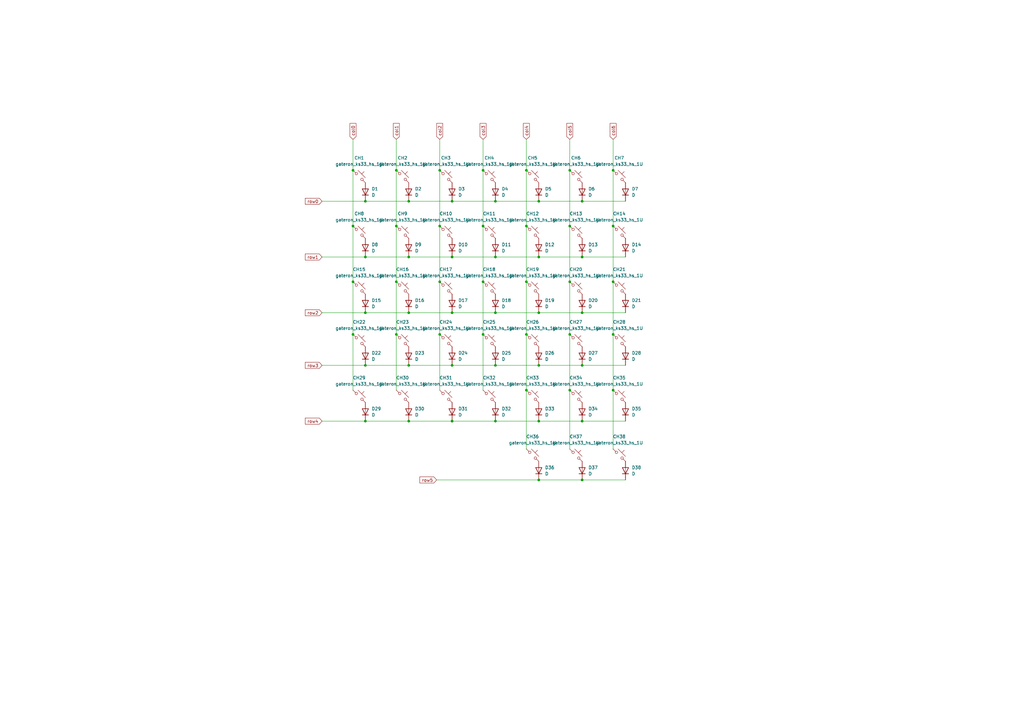
<source format=kicad_sch>
(kicad_sch (version 20231120) (generator "eeschema") (generator_version "8.0")
  (paper "A3")
  (lib_symbols
    (symbol "Device:D" (pin_numbers hide) (pin_names (offset 1.016) hide)
      (property "Reference" "D" (at 0 2.54 0))
      (property "Value" "D" (at 0 -2.54 0))
      (symbol "D_0_1"
        (polyline (pts (xy -1.27 1.27) (xy -1.27 -1.27)) (stroke (width 0.254)))
        (polyline (pts (xy 1.27 0) (xy -1.27 0)))
        (polyline (pts (xy 1.27 1.27) (xy 1.27 -1.27) (xy -1.27 0) (xy 1.27 1.27)) (stroke (width 0.254)))
      )
      (symbol "D_1_1"
        (pin passive line (at -3.81 0 0) (length 2.54) (name "K") (number "1"))
        (pin passive line (at 3.81 0 180) (length 2.54) (name "A") (number "2"))
      )
    )
    (symbol "PCM_marbastlib-choc:choc_v1_SW_HS_CPG135001S30" (pin_numbers hide) (pin_names (offset 1.016) hide)
      (property "Reference" "CH" (at 3.048 1.016 0))
      (property "Value" "choc_v1_SW_HS" (at 0 -3.81 0))
      (symbol "choc_v1_SW_HS_CPG135001S30_0_1"
        (circle (center -1.1684 1.1684) (radius 0.508))
        (polyline (pts (xy -0.508 2.54) (xy 2.54 -0.508)))
        (polyline (pts (xy 1.016 1.016) (xy 2.032 2.032)))
        (polyline (pts (xy -2.54 2.54) (xy -1.524 1.524) (xy -1.524 1.524)))
        (polyline (pts (xy 1.524 -1.524) (xy 2.54 -2.54) (xy 2.54 -2.54) (xy 2.54 -2.54)))
        (circle (center 1.143 -1.1938) (radius 0.508))
        (pin passive line (at -2.54 2.54 0) (length 0) (name "1") (number "1"))
        (pin passive line (at 2.54 -2.54 180) (length 0) (name "2") (number "2"))
      )
    )
  )
  (junction (at 162.56 92.71))
  (junction (at 167.64 128.27))
  (junction (at 162.56 137.16))
  (junction (at 167.64 82.55))
  (junction (at 203.2 149.86))
  (junction (at 220.98 105.41))
  (junction (at 198.12 69.85))
  (junction (at 238.76 128.27))
  (junction (at 251.46 160.02))
  (junction (at 162.56 69.85))
  (junction (at 167.64 172.72))
  (junction (at 144.78 115.57))
  (junction (at 220.98 82.55))
  (junction (at 233.68 69.85))
  (junction (at 251.46 92.71))
  (junction (at 144.78 69.85))
  (junction (at 198.12 137.16))
  (junction (at 220.98 172.72))
  (junction (at 144.78 92.71))
  (junction (at 180.34 69.85))
  (junction (at 149.86 128.27))
  (junction (at 220.98 196.85))
  (junction (at 215.9 115.57))
  (junction (at 203.2 172.72))
  (junction (at 149.86 82.55))
  (junction (at 203.2 82.55))
  (junction (at 233.68 92.71))
  (junction (at 167.64 149.86))
  (junction (at 251.46 137.16))
  (junction (at 238.76 196.85))
  (junction (at 180.34 92.71))
  (junction (at 203.2 105.41))
  (junction (at 198.12 92.71))
  (junction (at 144.78 137.16))
  (junction (at 220.98 149.86))
  (junction (at 233.68 160.02))
  (junction (at 167.64 105.41))
  (junction (at 220.98 128.27))
  (junction (at 185.42 149.86))
  (junction (at 215.9 92.71))
  (junction (at 215.9 137.16))
  (junction (at 162.56 115.57))
  (junction (at 238.76 149.86))
  (junction (at 180.34 137.16))
  (junction (at 185.42 105.41))
  (junction (at 215.9 69.85))
  (junction (at 185.42 172.72))
  (junction (at 238.76 82.55))
  (junction (at 185.42 82.55))
  (junction (at 238.76 172.72))
  (junction (at 203.2 128.27))
  (junction (at 251.46 115.57))
  (junction (at 149.86 172.72))
  (junction (at 149.86 105.41))
  (junction (at 238.76 105.41))
  (junction (at 251.46 69.85))
  (junction (at 198.12 115.57))
  (junction (at 185.42 128.27))
  (junction (at 180.34 115.57))
  (junction (at 233.68 137.16))
  (junction (at 215.9 160.02))
  (junction (at 149.86 149.86))
  (junction (at 233.68 115.57))
  (wire (pts (xy 198.12 92.71) (xy 198.12 115.57)))
  (wire (pts (xy 215.9 160.02) (xy 215.9 184.15)))
  (wire (pts (xy 233.68 137.16) (xy 233.68 160.02)))
  (wire (pts (xy 215.9 137.16) (xy 215.9 160.02)))
  (wire (pts (xy 167.64 149.86) (xy 185.42 149.86)))
  (wire (pts (xy 215.9 115.57) (xy 215.9 137.16)))
  (wire (pts (xy 251.46 69.85) (xy 251.46 92.71)))
  (wire (pts (xy 149.86 105.41) (xy 167.64 105.41)))
  (wire (pts (xy 149.86 149.86) (xy 167.64 149.86)))
  (wire (pts (xy 132.08 105.41) (xy 149.86 105.41)))
  (wire (pts (xy 180.34 69.85) (xy 180.34 92.71)))
  (wire (pts (xy 132.08 128.27) (xy 149.86 128.27)))
  (wire (pts (xy 180.34 92.71) (xy 180.34 115.57)))
  (wire (pts (xy 215.9 92.71) (xy 215.9 115.57)))
  (wire (pts (xy 180.34 137.16) (xy 180.34 160.02)))
  (wire (pts (xy 162.56 92.71) (xy 162.56 115.57)))
  (wire (pts (xy 185.42 82.55) (xy 203.2 82.55)))
  (wire (pts (xy 233.68 92.71) (xy 233.68 115.57)))
  (wire (pts (xy 132.08 82.55) (xy 149.86 82.55)))
  (wire (pts (xy 238.76 172.72) (xy 256.54 172.72)))
  (wire (pts (xy 162.56 115.57) (xy 162.56 137.16)))
  (wire (pts (xy 220.98 149.86) (xy 238.76 149.86)))
  (wire (pts (xy 238.76 149.86) (xy 256.54 149.86)))
  (wire (pts (xy 233.68 115.57) (xy 233.68 137.16)))
  (wire (pts (xy 144.78 92.71) (xy 144.78 115.57)))
  (wire (pts (xy 203.2 172.72) (xy 220.98 172.72)))
  (wire (pts (xy 149.86 172.72) (xy 167.64 172.72)))
  (wire (pts (xy 238.76 196.85) (xy 256.54 196.85)))
  (wire (pts (xy 185.42 172.72) (xy 203.2 172.72)))
  (wire (pts (xy 167.64 82.55) (xy 185.42 82.55)))
  (wire (pts (xy 185.42 105.41) (xy 203.2 105.41)))
  (wire (pts (xy 203.2 82.55) (xy 220.98 82.55)))
  (wire (pts (xy 162.56 69.85) (xy 162.56 92.71)))
  (wire (pts (xy 238.76 82.55) (xy 256.54 82.55)))
  (wire (pts (xy 220.98 105.41) (xy 238.76 105.41)))
  (wire (pts (xy 215.9 57.15) (xy 215.9 69.85)))
  (wire (pts (xy 144.78 57.15) (xy 144.78 69.85)))
  (wire (pts (xy 167.64 105.41) (xy 185.42 105.41)))
  (wire (pts (xy 162.56 137.16) (xy 162.56 160.02)))
  (wire (pts (xy 251.46 92.71) (xy 251.46 115.57)))
  (wire (pts (xy 179.07 196.85) (xy 220.98 196.85)))
  (wire (pts (xy 220.98 196.85) (xy 238.76 196.85)))
  (wire (pts (xy 144.78 69.85) (xy 144.78 92.71)))
  (wire (pts (xy 233.68 69.85) (xy 233.68 92.71)))
  (wire (pts (xy 238.76 105.41) (xy 256.54 105.41)))
  (wire (pts (xy 203.2 149.86) (xy 220.98 149.86)))
  (wire (pts (xy 220.98 82.55) (xy 238.76 82.55)))
  (wire (pts (xy 251.46 115.57) (xy 251.46 137.16)))
  (wire (pts (xy 233.68 57.15) (xy 233.68 69.85)))
  (wire (pts (xy 203.2 105.41) (xy 220.98 105.41)))
  (wire (pts (xy 180.34 115.57) (xy 180.34 137.16)))
  (wire (pts (xy 198.12 137.16) (xy 198.12 160.02)))
  (wire (pts (xy 185.42 149.86) (xy 203.2 149.86)))
  (wire (pts (xy 144.78 137.16) (xy 144.78 160.02)))
  (wire (pts (xy 251.46 137.16) (xy 251.46 160.02)))
  (wire (pts (xy 198.12 57.15) (xy 198.12 69.85)))
  (wire (pts (xy 167.64 172.72) (xy 185.42 172.72)))
  (wire (pts (xy 203.2 128.27) (xy 220.98 128.27)))
  (wire (pts (xy 149.86 128.27) (xy 167.64 128.27)))
  (wire (pts (xy 220.98 128.27) (xy 238.76 128.27)))
  (wire (pts (xy 251.46 160.02) (xy 251.46 184.15)))
  (wire (pts (xy 149.86 82.55) (xy 167.64 82.55)))
  (wire (pts (xy 144.78 115.57) (xy 144.78 137.16)))
  (wire (pts (xy 198.12 69.85) (xy 198.12 92.71)))
  (wire (pts (xy 233.68 160.02) (xy 233.68 184.15)))
  (wire (pts (xy 238.76 128.27) (xy 256.54 128.27)))
  (wire (pts (xy 251.46 57.15) (xy 251.46 69.85)))
  (wire (pts (xy 215.9 69.85) (xy 215.9 92.71)))
  (wire (pts (xy 132.08 172.72) (xy 149.86 172.72)))
  (wire (pts (xy 180.34 57.15) (xy 180.34 69.85)))
  (wire (pts (xy 132.08 149.86) (xy 149.86 149.86)))
  (wire (pts (xy 162.56 57.15) (xy 162.56 69.85)))
  (wire (pts (xy 198.12 115.57) (xy 198.12 137.16)))
  (wire (pts (xy 220.98 172.72) (xy 238.76 172.72)))
  (wire (pts (xy 185.42 128.27) (xy 203.2 128.27)))
  (wire (pts (xy 167.64 128.27) (xy 185.42 128.27)))
  (global_label "col2" (shape input) (at 180.34 57.15 90) (property "Intersheetrefs" "${INTERSHEET_REFS}" (effects (hide yes))))
  (global_label "col1" (shape input) (at 162.56 57.15 90) (property "Intersheetrefs" "${INTERSHEET_REFS}" (effects (hide yes))))
  (global_label "row4" (shape input) (at 132.08 172.72 180) (property "Intersheetrefs" "${INTERSHEET_REFS}" (effects (hide yes))))
  (global_label "row0" (shape input) (at 132.08 82.55 180) (property "Intersheetrefs" "${INTERSHEET_REFS}" (effects (hide yes))))
  (global_label "col6" (shape input) (at 251.46 57.15 90) (property "Intersheetrefs" "${INTERSHEET_REFS}" (effects (hide yes))))
  (global_label "row3" (shape input) (at 132.08 149.86 180) (property "Intersheetrefs" "${INTERSHEET_REFS}" (effects (hide yes))))
  (global_label "col4" (shape input) (at 215.9 57.15 90) (property "Intersheetrefs" "${INTERSHEET_REFS}" (effects (hide yes))))
  (global_label "col3" (shape input) (at 198.12 57.15 90) (property "Intersheetrefs" "${INTERSHEET_REFS}" (effects (hide yes))))
  (global_label "row2" (shape input) (at 132.08 128.27 180) (property "Intersheetrefs" "${INTERSHEET_REFS}" (effects (hide yes))))
  (global_label "col0" (shape input) (at 144.78 57.15 90) (property "Intersheetrefs" "${INTERSHEET_REFS}" (effects (hide yes))))
  (global_label "row5" (shape input) (at 179.07 196.85 180) (property "Intersheetrefs" "${INTERSHEET_REFS}" (effects (hide yes))))
  (global_label "row1" (shape input) (at 132.08 105.41 180) (property "Intersheetrefs" "${INTERSHEET_REFS}" (effects (hide yes))))
  (global_label "col5" (shape input) (at 233.68 57.15 90) (property "Intersheetrefs" "${INTERSHEET_REFS}" (effects (hide yes))))
  (symbol (lib_id "Device:D") (at 167.64 124.46 90) (unit 1)
    (property "Reference" "D16" (at 170.18 123.1899 90) (effects (justify right)))
    (property "Value" "D" (at 170.18 125.7299 90) (effects (justify right)))
    (property "Footprint" "Diode_SMD:D_SOD-123" (effects (hide yes)))
    (property "Description" "Diode" (effects (hide yes)))
    (property "Sim.Device" "D" (effects (hide yes)))
    (property "Sim.Pins" "1=K 2=A" (effects (hide yes)))
  )
  (symbol (lib_id "Device:D") (at 185.42 168.91 90) (unit 1)
    (property "Reference" "D31" (at 187.96 167.6399 90) (effects (justify right)))
    (property "Value" "D" (at 187.96 170.1799 90) (effects (justify right)))
    (property "Footprint" "Diode_SMD:D_SOD-123" (effects (hide yes)))
    (property "Description" "Diode" (effects (hide yes)))
    (property "Sim.Device" "D" (effects (hide yes)))
    (property "Sim.Pins" "1=K 2=A" (effects (hide yes)))
  )
  (symbol (lib_id "PCM_marbastlib-choc:choc_v1_SW_HS_CPG135001S30") (at 147.32 162.56 0) (unit 1)
    (property "Reference" "CH29" (at 147.32 154.94 0))
    (property "Value" "gateron_ks33_hs_1U" (at 147.32 157.48 0))
    (property "Footprint" "Gateron_KS33_Hotswap:Gateron-KS33-Hotswap-1U" (effects (hide yes)))
    (property "Description" "Push button switch, normally open, two pins, 45° tilted" (effects (hide yes)))
  )
  (symbol (lib_id "Device:D") (at 238.76 146.05 90) (unit 1)
    (property "Reference" "D27" (at 241.3 144.7799 90) (effects (justify right)))
    (property "Value" "D" (at 241.3 147.3199 90) (effects (justify right)))
    (property "Footprint" "Diode_SMD:D_SOD-123" (effects (hide yes)))
    (property "Description" "Diode" (effects (hide yes)))
    (property "Sim.Device" "D" (effects (hide yes)))
    (property "Sim.Pins" "1=K 2=A" (effects (hide yes)))
  )
  (symbol (lib_id "Device:D") (at 203.2 146.05 90) (unit 1)
    (property "Reference" "D25" (at 205.74 144.7799 90) (effects (justify right)))
    (property "Value" "D" (at 205.74 147.3199 90) (effects (justify right)))
    (property "Footprint" "Diode_SMD:D_SOD-123" (effects (hide yes)))
    (property "Description" "Diode" (effects (hide yes)))
    (property "Sim.Device" "D" (effects (hide yes)))
    (property "Sim.Pins" "1=K 2=A" (effects (hide yes)))
  )
  (symbol (lib_id "PCM_marbastlib-choc:choc_v1_SW_HS_CPG135001S30") (at 236.22 95.25 0) (unit 1)
    (property "Reference" "CH13" (at 236.22 87.63 0))
    (property "Value" "gateron_ks33_hs_1U" (at 236.22 90.17 0))
    (property "Footprint" "Gateron_KS33_Hotswap:Gateron-KS33-Hotswap-1U" (effects (hide yes)))
    (property "Description" "Push button switch, normally open, two pins, 45° tilted" (effects (hide yes)))
  )
  (symbol (lib_id "Device:D") (at 203.2 124.46 90) (unit 1)
    (property "Reference" "D18" (at 205.74 123.1899 90) (effects (justify right)))
    (property "Value" "D" (at 205.74 125.7299 90) (effects (justify right)))
    (property "Footprint" "Diode_SMD:D_SOD-123" (effects (hide yes)))
    (property "Description" "Diode" (effects (hide yes)))
    (property "Sim.Device" "D" (effects (hide yes)))
    (property "Sim.Pins" "1=K 2=A" (effects (hide yes)))
  )
  (symbol (lib_id "Device:D") (at 167.64 101.6 90) (unit 1)
    (property "Reference" "D9" (at 170.18 100.3299 90) (effects (justify right)))
    (property "Value" "D" (at 170.18 102.8699 90) (effects (justify right)))
    (property "Footprint" "Diode_SMD:D_SOD-123" (effects (hide yes)))
    (property "Description" "Diode" (effects (hide yes)))
    (property "Sim.Device" "D" (effects (hide yes)))
    (property "Sim.Pins" "1=K 2=A" (effects (hide yes)))
  )
  (symbol (lib_id "Device:D") (at 256.54 78.74 90) (unit 1)
    (property "Reference" "D7" (at 259.08 77.4699 90) (effects (justify right)))
    (property "Value" "D" (at 259.08 80.0099 90) (effects (justify right)))
    (property "Footprint" "Diode_SMD:D_SOD-123" (effects (hide yes)))
    (property "Description" "Diode" (effects (hide yes)))
    (property "Sim.Device" "D" (effects (hide yes)))
    (property "Sim.Pins" "1=K 2=A" (effects (hide yes)))
  )
  (symbol (lib_id "PCM_marbastlib-choc:choc_v1_SW_HS_CPG135001S30") (at 182.88 118.11 0) (unit 1)
    (property "Reference" "CH17" (at 182.88 110.49 0))
    (property "Value" "gateron_ks33_hs_1U" (at 182.88 113.03 0))
    (property "Footprint" "Gateron_KS33_Hotswap:Gateron-KS33-Hotswap-1U" (effects (hide yes)))
    (property "Description" "Push button switch, normally open, two pins, 45° tilted" (effects (hide yes)))
  )
  (symbol (lib_id "Device:D") (at 167.64 168.91 90) (unit 1)
    (property "Reference" "D30" (at 170.18 167.6399 90) (effects (justify right)))
    (property "Value" "D" (at 170.18 170.1799 90) (effects (justify right)))
    (property "Footprint" "Diode_SMD:D_SOD-123" (effects (hide yes)))
    (property "Description" "Diode" (effects (hide yes)))
    (property "Sim.Device" "D" (effects (hide yes)))
    (property "Sim.Pins" "1=K 2=A" (effects (hide yes)))
  )
  (symbol (lib_id "PCM_marbastlib-choc:choc_v1_SW_HS_CPG135001S30") (at 165.1 95.25 0) (unit 1)
    (property "Reference" "CH9" (at 165.1 87.63 0))
    (property "Value" "gateron_ks33_hs_1U" (at 165.1 90.17 0))
    (property "Footprint" "Gateron_KS33_Hotswap:Gateron-KS33-Hotswap-1.5U" (effects (hide yes)))
    (property "Description" "Push button switch, normally open, two pins, 45° tilted" (effects (hide yes)))
  )
  (symbol (lib_id "Device:D") (at 238.76 101.6 90) (unit 1)
    (property "Reference" "D13" (at 241.3 100.3299 90) (effects (justify right)))
    (property "Value" "D" (at 241.3 102.8699 90) (effects (justify right)))
    (property "Footprint" "Diode_SMD:D_SOD-123" (effects (hide yes)))
    (property "Description" "Diode" (effects (hide yes)))
    (property "Sim.Device" "D" (effects (hide yes)))
    (property "Sim.Pins" "1=K 2=A" (effects (hide yes)))
  )
  (symbol (lib_id "PCM_marbastlib-choc:choc_v1_SW_HS_CPG135001S30") (at 236.22 139.7 0) (unit 1)
    (property "Reference" "CH27" (at 236.22 132.08 0))
    (property "Value" "gateron_ks33_hs_1U" (at 236.22 134.62 0))
    (property "Footprint" "Gateron_KS33_Hotswap:Gateron-KS33-Hotswap-1U" (effects (hide yes)))
    (property "Description" "Push button switch, normally open, two pins, 45° tilted" (effects (hide yes)))
  )
  (symbol (lib_id "PCM_marbastlib-choc:choc_v1_SW_HS_CPG135001S30") (at 236.22 162.56 0) (unit 1)
    (property "Reference" "CH34" (at 236.22 154.94 0))
    (property "Value" "gateron_ks33_hs_1U" (at 236.22 157.48 0))
    (property "Footprint" "Gateron_KS33_Hotswap:Gateron-KS33-Hotswap-1U" (effects (hide yes)))
    (property "Description" "Push button switch, normally open, two pins, 45° tilted" (effects (hide yes)))
  )
  (symbol (lib_id "Device:D") (at 256.54 146.05 90) (unit 1)
    (property "Reference" "D28" (at 259.08 144.7799 90) (effects (justify right)))
    (property "Value" "D" (at 259.08 147.3199 90) (effects (justify right)))
    (property "Footprint" "Diode_SMD:D_SOD-123" (effects (hide yes)))
    (property "Description" "Diode" (effects (hide yes)))
    (property "Sim.Device" "D" (effects (hide yes)))
    (property "Sim.Pins" "1=K 2=A" (effects (hide yes)))
  )
  (symbol (lib_id "PCM_marbastlib-choc:choc_v1_SW_HS_CPG135001S30") (at 200.66 72.39 0) (unit 1)
    (property "Reference" "CH4" (at 200.66 64.77 0))
    (property "Value" "gateron_ks33_hs_1U" (at 200.66 67.31 0))
    (property "Footprint" "Gateron_KS33_Hotswap:Gateron-KS33-Hotswap-1U" (effects (hide yes)))
    (property "Description" "Push button switch, normally open, two pins, 45° tilted" (effects (hide yes)))
  )
  (symbol (lib_id "PCM_marbastlib-choc:choc_v1_SW_HS_CPG135001S30") (at 254 139.7 0) (unit 1)
    (property "Reference" "CH28" (at 254 132.08 0))
    (property "Value" "gateron_ks33_hs_1U" (at 254 134.62 0))
    (property "Footprint" "Gateron_KS33_Hotswap:Gateron-KS33-Hotswap-1U" (effects (hide yes)))
    (property "Description" "Push button switch, normally open, two pins, 45° tilted" (effects (hide yes)))
  )
  (symbol (lib_id "Device:D") (at 149.86 124.46 90) (unit 1)
    (property "Reference" "D15" (at 152.4 123.1899 90) (effects (justify right)))
    (property "Value" "D" (at 152.4 125.7299 90) (effects (justify right)))
    (property "Footprint" "Diode_SMD:D_SOD-123" (effects (hide yes)))
    (property "Description" "Diode" (effects (hide yes)))
    (property "Sim.Device" "D" (effects (hide yes)))
    (property "Sim.Pins" "1=K 2=A" (effects (hide yes)))
  )
  (symbol (lib_id "Device:D") (at 149.86 168.91 90) (unit 1)
    (property "Reference" "D29" (at 152.4 167.6399 90) (effects (justify right)))
    (property "Value" "D" (at 152.4 170.1799 90) (effects (justify right)))
    (property "Footprint" "Diode_SMD:D_SOD-123" (effects (hide yes)))
    (property "Description" "Diode" (effects (hide yes)))
    (property "Sim.Device" "D" (effects (hide yes)))
    (property "Sim.Pins" "1=K 2=A" (effects (hide yes)))
  )
  (symbol (lib_id "Device:D") (at 203.2 101.6 90) (unit 1)
    (property "Reference" "D11" (at 205.74 100.3299 90) (effects (justify right)))
    (property "Value" "D" (at 205.74 102.8699 90) (effects (justify right)))
    (property "Footprint" "Diode_SMD:D_SOD-123" (effects (hide yes)))
    (property "Description" "Diode" (effects (hide yes)))
    (property "Sim.Device" "D" (effects (hide yes)))
    (property "Sim.Pins" "1=K 2=A" (effects (hide yes)))
  )
  (symbol (lib_id "PCM_marbastlib-choc:choc_v1_SW_HS_CPG135001S30") (at 147.32 118.11 0) (unit 1)
    (property "Reference" "CH15" (at 147.32 110.49 0))
    (property "Value" "gateron_ks33_hs_1U" (at 147.32 113.03 0))
    (property "Footprint" "Gateron_KS33_Hotswap:Gateron-KS33-Hotswap-1U" (effects (hide yes)))
    (property "Description" "Push button switch, normally open, two pins, 45° tilted" (effects (hide yes)))
  )
  (symbol (lib_id "PCM_marbastlib-choc:choc_v1_SW_HS_CPG135001S30") (at 218.44 139.7 0) (unit 1)
    (property "Reference" "CH26" (at 218.44 132.08 0))
    (property "Value" "gateron_ks33_hs_1U" (at 218.44 134.62 0))
    (property "Footprint" "Gateron_KS33_Hotswap:Gateron-KS33-Hotswap-1U" (effects (hide yes)))
    (property "Description" "Push button switch, normally open, two pins, 45° tilted" (effects (hide yes)))
  )
  (symbol (lib_id "PCM_marbastlib-choc:choc_v1_SW_HS_CPG135001S30") (at 165.1 162.56 0) (unit 1)
    (property "Reference" "CH30" (at 165.1 154.94 0))
    (property "Value" "gateron_ks33_hs_1U" (at 165.1 157.48 0))
    (property "Footprint" "Gateron_KS33_Hotswap:Gateron-KS33-Hotswap-1.5U" (effects (hide yes)))
    (property "Description" "Push button switch, normally open, two pins, 45° tilted" (effects (hide yes)))
  )
  (symbol (lib_id "PCM_marbastlib-choc:choc_v1_SW_HS_CPG135001S30") (at 236.22 118.11 0) (unit 1)
    (property "Reference" "CH20" (at 236.22 110.49 0))
    (property "Value" "gateron_ks33_hs_1U" (at 236.22 113.03 0))
    (property "Footprint" "Gateron_KS33_Hotswap:Gateron-KS33-Hotswap-1U" (effects (hide yes)))
    (property "Description" "Push button switch, normally open, two pins, 45° tilted" (effects (hide yes)))
  )
  (symbol (lib_id "Device:D") (at 256.54 168.91 90) (unit 1)
    (property "Reference" "D35" (at 259.08 167.6399 90) (effects (justify right)))
    (property "Value" "D" (at 259.08 170.1799 90) (effects (justify right)))
    (property "Footprint" "Diode_SMD:D_SOD-123" (effects (hide yes)))
    (property "Description" "Diode" (effects (hide yes)))
    (property "Sim.Device" "D" (effects (hide yes)))
    (property "Sim.Pins" "1=K 2=A" (effects (hide yes)))
  )
  (symbol (lib_id "PCM_marbastlib-choc:choc_v1_SW_HS_CPG135001S30") (at 254 162.56 0) (unit 1)
    (property "Reference" "CH35" (at 254 154.94 0))
    (property "Value" "gateron_ks33_hs_1U" (at 254 157.48 0))
    (property "Footprint" "Gateron_KS33_Hotswap:Gateron-KS33-Hotswap-1U" (effects (hide yes)))
    (property "Description" "Push button switch, normally open, two pins, 45° tilted" (effects (hide yes)))
  )
  (symbol (lib_id "PCM_marbastlib-choc:choc_v1_SW_HS_CPG135001S30") (at 165.1 72.39 0) (unit 1)
    (property "Reference" "CH2" (at 165.1 64.77 0))
    (property "Value" "gateron_ks33_hs_1U" (at 165.1 67.31 0))
    (property "Footprint" "Gateron_KS33_Hotswap:Gateron-KS33-Hotswap-1.5U" (effects (hide yes)))
    (property "Description" "Push button switch, normally open, two pins, 45° tilted" (effects (hide yes)))
  )
  (symbol (lib_id "PCM_marbastlib-choc:choc_v1_SW_HS_CPG135001S30") (at 218.44 186.69 0) (unit 1)
    (property "Reference" "CH36" (at 218.44 179.07 0))
    (property "Value" "gateron_ks33_hs_1U" (at 218.44 181.61 0))
    (property "Footprint" "Gateron_KS33_Hotswap:Gateron-KS33-Hotswap-1.5U" (effects (hide yes)))
    (property "Description" "Push button switch, normally open, two pins, 45° tilted" (effects (hide yes)))
  )
  (symbol (lib_id "PCM_marbastlib-choc:choc_v1_SW_HS_CPG135001S30") (at 147.32 72.39 0) (unit 1)
    (property "Reference" "CH1" (at 147.32 64.77 0))
    (property "Value" "gateron_ks33_hs_1U" (at 147.32 67.31 0))
    (property "Footprint" "Gateron_KS33_Hotswap:Gateron-KS33-Hotswap-1U" (effects (hide yes)))
    (property "Description" "Push button switch, normally open, two pins, 45° tilted" (effects (hide yes)))
  )
  (symbol (lib_id "PCM_marbastlib-choc:choc_v1_SW_HS_CPG135001S30") (at 254 186.69 0) (unit 1)
    (property "Reference" "CH38" (at 254 179.07 0))
    (property "Value" "gateron_ks33_hs_1U" (at 254 181.61 0))
    (property "Footprint" "Gateron_KS33_Hotswap:Gateron-KS33-Hotswap-1.5U" (effects (hide yes)))
    (property "Description" "Push button switch, normally open, two pins, 45° tilted" (effects (hide yes)))
  )
  (symbol (lib_id "Device:D") (at 149.86 146.05 90) (unit 1)
    (property "Reference" "D22" (at 152.4 144.7799 90) (effects (justify right)))
    (property "Value" "D" (at 152.4 147.3199 90) (effects (justify right)))
    (property "Footprint" "Diode_SMD:D_SOD-123" (effects (hide yes)))
    (property "Description" "Diode" (effects (hide yes)))
    (property "Sim.Device" "D" (effects (hide yes)))
    (property "Sim.Pins" "1=K 2=A" (effects (hide yes)))
  )
  (symbol (lib_id "Device:D") (at 185.42 101.6 90) (unit 1)
    (property "Reference" "D10" (at 187.96 100.3299 90) (effects (justify right)))
    (property "Value" "D" (at 187.96 102.8699 90) (effects (justify right)))
    (property "Footprint" "Diode_SMD:D_SOD-123" (effects (hide yes)))
    (property "Description" "Diode" (effects (hide yes)))
    (property "Sim.Device" "D" (effects (hide yes)))
    (property "Sim.Pins" "1=K 2=A" (effects (hide yes)))
  )
  (symbol (lib_id "Device:D") (at 220.98 168.91 90) (unit 1)
    (property "Reference" "D33" (at 223.52 167.6399 90) (effects (justify right)))
    (property "Value" "D" (at 223.52 170.1799 90) (effects (justify right)))
    (property "Footprint" "Diode_SMD:D_SOD-123" (effects (hide yes)))
    (property "Description" "Diode" (effects (hide yes)))
    (property "Sim.Device" "D" (effects (hide yes)))
    (property "Sim.Pins" "1=K 2=A" (effects (hide yes)))
  )
  (symbol (lib_id "PCM_marbastlib-choc:choc_v1_SW_HS_CPG135001S30") (at 218.44 118.11 0) (unit 1)
    (property "Reference" "CH19" (at 218.44 110.49 0))
    (property "Value" "gateron_ks33_hs_1U" (at 218.44 113.03 0))
    (property "Footprint" "Gateron_KS33_Hotswap:Gateron-KS33-Hotswap-1U" (effects (hide yes)))
    (property "Description" "Push button switch, normally open, two pins, 45° tilted" (effects (hide yes)))
  )
  (symbol (lib_id "Device:D") (at 256.54 101.6 90) (unit 1)
    (property "Reference" "D14" (at 259.08 100.3299 90) (effects (justify right)))
    (property "Value" "D" (at 259.08 102.8699 90) (effects (justify right)))
    (property "Footprint" "Diode_SMD:D_SOD-123" (effects (hide yes)))
    (property "Description" "Diode" (effects (hide yes)))
    (property "Sim.Device" "D" (effects (hide yes)))
    (property "Sim.Pins" "1=K 2=A" (effects (hide yes)))
  )
  (symbol (lib_id "PCM_marbastlib-choc:choc_v1_SW_HS_CPG135001S30") (at 254 72.39 0) (unit 1)
    (property "Reference" "CH7" (at 254 64.77 0))
    (property "Value" "gateron_ks33_hs_1U" (at 254 67.31 0))
    (property "Footprint" "Gateron_KS33_Hotswap:Gateron-KS33-Hotswap-1U" (effects (hide yes)))
    (property "Description" "Push button switch, normally open, two pins, 45° tilted" (effects (hide yes)))
  )
  (symbol (lib_id "PCM_marbastlib-choc:choc_v1_SW_HS_CPG135001S30") (at 200.66 162.56 0) (unit 1)
    (property "Reference" "CH32" (at 200.66 154.94 0))
    (property "Value" "gateron_ks33_hs_1U" (at 200.66 157.48 0))
    (property "Footprint" "Gateron_KS33_Hotswap:Gateron-KS33-Hotswap-1U" (effects (hide yes)))
    (property "Description" "Push button switch, normally open, two pins, 45° tilted" (effects (hide yes)))
  )
  (symbol (lib_id "PCM_marbastlib-choc:choc_v1_SW_HS_CPG135001S30") (at 200.66 118.11 0) (unit 1)
    (property "Reference" "CH18" (at 200.66 110.49 0))
    (property "Value" "gateron_ks33_hs_1U" (at 200.66 113.03 0))
    (property "Footprint" "Gateron_KS33_Hotswap:Gateron-KS33-Hotswap-1U" (effects (hide yes)))
    (property "Description" "Push button switch, normally open, two pins, 45° tilted" (effects (hide yes)))
  )
  (symbol (lib_id "PCM_marbastlib-choc:choc_v1_SW_HS_CPG135001S30") (at 218.44 95.25 0) (unit 1)
    (property "Reference" "CH12" (at 218.44 87.63 0))
    (property "Value" "gateron_ks33_hs_1U" (at 218.44 90.17 0))
    (property "Footprint" "Gateron_KS33_Hotswap:Gateron-KS33-Hotswap-1U" (effects (hide yes)))
    (property "Description" "Push button switch, normally open, two pins, 45° tilted" (effects (hide yes)))
  )
  (symbol (lib_id "Device:D") (at 203.2 168.91 90) (unit 1)
    (property "Reference" "D32" (at 205.74 167.6399 90) (effects (justify right)))
    (property "Value" "D" (at 205.74 170.1799 90) (effects (justify right)))
    (property "Footprint" "Diode_SMD:D_SOD-123" (effects (hide yes)))
    (property "Description" "Diode" (effects (hide yes)))
    (property "Sim.Device" "D" (effects (hide yes)))
    (property "Sim.Pins" "1=K 2=A" (effects (hide yes)))
  )
  (symbol (lib_id "Device:D") (at 238.76 168.91 90) (unit 1)
    (property "Reference" "D34" (at 241.3 167.6399 90) (effects (justify right)))
    (property "Value" "D" (at 241.3 170.1799 90) (effects (justify right)))
    (property "Footprint" "Diode_SMD:D_SOD-123" (effects (hide yes)))
    (property "Description" "Diode" (effects (hide yes)))
    (property "Sim.Device" "D" (effects (hide yes)))
    (property "Sim.Pins" "1=K 2=A" (effects (hide yes)))
  )
  (symbol (lib_id "Device:D") (at 167.64 146.05 90) (unit 1)
    (property "Reference" "D23" (at 170.18 144.7799 90) (effects (justify right)))
    (property "Value" "D" (at 170.18 147.3199 90) (effects (justify right)))
    (property "Footprint" "Diode_SMD:D_SOD-123" (effects (hide yes)))
    (property "Description" "Diode" (effects (hide yes)))
    (property "Sim.Device" "D" (effects (hide yes)))
    (property "Sim.Pins" "1=K 2=A" (effects (hide yes)))
  )
  (symbol (lib_id "Device:D") (at 185.42 124.46 90) (unit 1)
    (property "Reference" "D17" (at 187.96 123.1899 90) (effects (justify right)))
    (property "Value" "D" (at 187.96 125.7299 90) (effects (justify right)))
    (property "Footprint" "Diode_SMD:D_SOD-123" (effects (hide yes)))
    (property "Description" "Diode" (effects (hide yes)))
    (property "Sim.Device" "D" (effects (hide yes)))
    (property "Sim.Pins" "1=K 2=A" (effects (hide yes)))
  )
  (symbol (lib_id "Device:D") (at 220.98 146.05 90) (unit 1)
    (property "Reference" "D26" (at 223.52 144.7799 90) (effects (justify right)))
    (property "Value" "D" (at 223.52 147.3199 90) (effects (justify right)))
    (property "Footprint" "Diode_SMD:D_SOD-123" (effects (hide yes)))
    (property "Description" "Diode" (effects (hide yes)))
    (property "Sim.Device" "D" (effects (hide yes)))
    (property "Sim.Pins" "1=K 2=A" (effects (hide yes)))
  )
  (symbol (lib_id "Device:D") (at 149.86 78.74 90) (unit 1)
    (property "Reference" "D1" (at 152.4 77.4699 90) (effects (justify right)))
    (property "Value" "D" (at 152.4 80.0099 90) (effects (justify right)))
    (property "Footprint" "Diode_SMD:D_SOD-123" (effects (hide yes)))
    (property "Description" "Diode" (effects (hide yes)))
    (property "Sim.Device" "D" (effects (hide yes)))
    (property "Sim.Pins" "1=K 2=A" (effects (hide yes)))
  )
  (symbol (lib_id "PCM_marbastlib-choc:choc_v1_SW_HS_CPG135001S30") (at 165.1 139.7 0) (unit 1)
    (property "Reference" "CH23" (at 165.1 132.08 0))
    (property "Value" "gateron_ks33_hs_1U" (at 165.1 134.62 0))
    (property "Footprint" "Gateron_KS33_Hotswap:Gateron-KS33-Hotswap-1.5U" (effects (hide yes)))
    (property "Description" "Push button switch, normally open, two pins, 45° tilted" (effects (hide yes)))
  )
  (symbol (lib_id "Device:D") (at 238.76 78.74 90) (unit 1)
    (property "Reference" "D6" (at 241.3 77.4699 90) (effects (justify right)))
    (property "Value" "D" (at 241.3 80.0099 90) (effects (justify right)))
    (property "Footprint" "Diode_SMD:D_SOD-123" (effects (hide yes)))
    (property "Description" "Diode" (effects (hide yes)))
    (property "Sim.Device" "D" (effects (hide yes)))
    (property "Sim.Pins" "1=K 2=A" (effects (hide yes)))
  )
  (symbol (lib_id "PCM_marbastlib-choc:choc_v1_SW_HS_CPG135001S30") (at 200.66 139.7 0) (unit 1)
    (property "Reference" "CH25" (at 200.66 132.08 0))
    (property "Value" "gateron_ks33_hs_1U" (at 200.66 134.62 0))
    (property "Footprint" "Gateron_KS33_Hotswap:Gateron-KS33-Hotswap-1U" (effects (hide yes)))
    (property "Description" "Push button switch, normally open, two pins, 45° tilted" (effects (hide yes)))
  )
  (symbol (lib_id "Device:D") (at 220.98 101.6 90) (unit 1)
    (property "Reference" "D12" (at 223.52 100.3299 90) (effects (justify right)))
    (property "Value" "D" (at 223.52 102.8699 90) (effects (justify right)))
    (property "Footprint" "Diode_SMD:D_SOD-123" (effects (hide yes)))
    (property "Description" "Diode" (effects (hide yes)))
    (property "Sim.Device" "D" (effects (hide yes)))
    (property "Sim.Pins" "1=K 2=A" (effects (hide yes)))
  )
  (symbol (lib_id "Device:D") (at 167.64 78.74 90) (unit 1)
    (property "Reference" "D2" (at 170.18 77.4699 90) (effects (justify right)))
    (property "Value" "D" (at 170.18 80.0099 90) (effects (justify right)))
    (property "Footprint" "Diode_SMD:D_SOD-123" (effects (hide yes)))
    (property "Description" "Diode" (effects (hide yes)))
    (property "Sim.Device" "D" (effects (hide yes)))
    (property "Sim.Pins" "1=K 2=A" (effects (hide yes)))
  )
  (symbol (lib_id "Device:D") (at 220.98 78.74 90) (unit 1)
    (property "Reference" "D5" (at 223.52 77.4699 90) (effects (justify right)))
    (property "Value" "D" (at 223.52 80.0099 90) (effects (justify right)))
    (property "Footprint" "Diode_SMD:D_SOD-123" (effects (hide yes)))
    (property "Description" "Diode" (effects (hide yes)))
    (property "Sim.Device" "D" (effects (hide yes)))
    (property "Sim.Pins" "1=K 2=A" (effects (hide yes)))
  )
  (symbol (lib_id "Device:D") (at 256.54 124.46 90) (unit 1)
    (property "Reference" "D21" (at 259.08 123.1899 90) (effects (justify right)))
    (property "Value" "D" (at 259.08 125.7299 90) (effects (justify right)))
    (property "Footprint" "Diode_SMD:D_SOD-123" (effects (hide yes)))
    (property "Description" "Diode" (effects (hide yes)))
    (property "Sim.Device" "D" (effects (hide yes)))
    (property "Sim.Pins" "1=K 2=A" (effects (hide yes)))
  )
  (symbol (lib_id "PCM_marbastlib-choc:choc_v1_SW_HS_CPG135001S30") (at 254 95.25 0) (unit 1)
    (property "Reference" "CH14" (at 254 87.63 0))
    (property "Value" "gateron_ks33_hs_1U" (at 254 90.17 0))
    (property "Footprint" "Gateron_KS33_Hotswap:Gateron-KS33-Hotswap-1U" (effects (hide yes)))
    (property "Description" "Push button switch, normally open, two pins, 45° tilted" (effects (hide yes)))
  )
  (symbol (lib_id "Device:D") (at 185.42 78.74 90) (unit 1)
    (property "Reference" "D3" (at 187.96 77.4699 90) (effects (justify right)))
    (property "Value" "D" (at 187.96 80.0099 90) (effects (justify right)))
    (property "Footprint" "Diode_SMD:D_SOD-123" (effects (hide yes)))
    (property "Description" "Diode" (effects (hide yes)))
    (property "Sim.Device" "D" (effects (hide yes)))
    (property "Sim.Pins" "1=K 2=A" (effects (hide yes)))
  )
  (symbol (lib_id "PCM_marbastlib-choc:choc_v1_SW_HS_CPG135001S30") (at 236.22 72.39 0) (unit 1)
    (property "Reference" "CH6" (at 236.22 64.77 0))
    (property "Value" "gateron_ks33_hs_1U" (at 236.22 67.31 0))
    (property "Footprint" "Gateron_KS33_Hotswap:Gateron-KS33-Hotswap-1U" (effects (hide yes)))
    (property "Description" "Push button switch, normally open, two pins, 45° tilted" (effects (hide yes)))
  )
  (symbol (lib_id "PCM_marbastlib-choc:choc_v1_SW_HS_CPG135001S30") (at 165.1 118.11 0) (unit 1)
    (property "Reference" "CH16" (at 165.1 110.49 0))
    (property "Value" "gateron_ks33_hs_1U" (at 165.1 113.03 0))
    (property "Footprint" "Gateron_KS33_Hotswap:Gateron-KS33-Hotswap-1.5U" (effects (hide yes)))
    (property "Description" "Push button switch, normally open, two pins, 45° tilted" (effects (hide yes)))
  )
  (symbol (lib_id "PCM_marbastlib-choc:choc_v1_SW_HS_CPG135001S30") (at 182.88 72.39 0) (unit 1)
    (property "Reference" "CH3" (at 182.88 64.77 0))
    (property "Value" "gateron_ks33_hs_1U" (at 182.88 67.31 0))
    (property "Footprint" "Gateron_KS33_Hotswap:Gateron-KS33-Hotswap-1U" (effects (hide yes)))
    (property "Description" "Push button switch, normally open, two pins, 45° tilted" (effects (hide yes)))
  )
  (symbol (lib_id "PCM_marbastlib-choc:choc_v1_SW_HS_CPG135001S30") (at 236.22 186.69 0) (unit 1)
    (property "Reference" "CH37" (at 236.22 179.07 0))
    (property "Value" "gateron_ks33_hs_1U" (at 236.22 181.61 0))
    (property "Footprint" "Gateron_KS33_Hotswap:Gateron-KS33-Hotswap-1.5U" (effects (hide yes)))
    (property "Description" "Push button switch, normally open, two pins, 45° tilted" (effects (hide yes)))
  )
  (symbol (lib_id "Device:D") (at 203.2 78.74 90) (unit 1)
    (property "Reference" "D4" (at 205.74 77.4699 90) (effects (justify right)))
    (property "Value" "D" (at 205.74 80.0099 90) (effects (justify right)))
    (property "Footprint" "Diode_SMD:D_SOD-123" (effects (hide yes)))
    (property "Description" "Diode" (effects (hide yes)))
    (property "Sim.Device" "D" (effects (hide yes)))
    (property "Sim.Pins" "1=K 2=A" (effects (hide yes)))
  )
  (symbol (lib_id "PCM_marbastlib-choc:choc_v1_SW_HS_CPG135001S30") (at 147.32 139.7 0) (unit 1)
    (property "Reference" "CH22" (at 147.32 132.08 0))
    (property "Value" "gateron_ks33_hs_1U" (at 147.32 134.62 0))
    (property "Footprint" "Gateron_KS33_Hotswap:Gateron-KS33-Hotswap-1U" (effects (hide yes)))
    (property "Description" "Push button switch, normally open, two pins, 45° tilted" (effects (hide yes)))
  )
  (symbol (lib_id "PCM_marbastlib-choc:choc_v1_SW_HS_CPG135001S30") (at 254 118.11 0) (unit 1)
    (property "Reference" "CH21" (at 254 110.49 0))
    (property "Value" "gateron_ks33_hs_1U" (at 254 113.03 0))
    (property "Footprint" "Gateron_KS33_Hotswap:Gateron-KS33-Hotswap-1U" (effects (hide yes)))
    (property "Description" "Push button switch, normally open, two pins, 45° tilted" (effects (hide yes)))
  )
  (symbol (lib_id "PCM_marbastlib-choc:choc_v1_SW_HS_CPG135001S30") (at 182.88 162.56 0) (unit 1)
    (property "Reference" "CH31" (at 182.88 154.94 0))
    (property "Value" "gateron_ks33_hs_1U" (at 182.88 157.48 0))
    (property "Footprint" "Gateron_KS33_Hotswap:Gateron-KS33-Hotswap-1U" (effects (hide yes)))
    (property "Description" "Push button switch, normally open, two pins, 45° tilted" (effects (hide yes)))
  )
  (symbol (lib_id "PCM_marbastlib-choc:choc_v1_SW_HS_CPG135001S30") (at 218.44 72.39 0) (unit 1)
    (property "Reference" "CH5" (at 218.44 64.77 0))
    (property "Value" "gateron_ks33_hs_1U" (at 218.44 67.31 0))
    (property "Footprint" "Gateron_KS33_Hotswap:Gateron-KS33-Hotswap-1U" (effects (hide yes)))
    (property "Description" "Push button switch, normally open, two pins, 45° tilted" (effects (hide yes)))
  )
  (symbol (lib_id "Device:D") (at 220.98 124.46 90) (unit 1)
    (property "Reference" "D19" (at 223.52 123.1899 90) (effects (justify right)))
    (property "Value" "D" (at 223.52 125.7299 90) (effects (justify right)))
    (property "Footprint" "Diode_SMD:D_SOD-123" (effects (hide yes)))
    (property "Description" "Diode" (effects (hide yes)))
    (property "Sim.Device" "D" (effects (hide yes)))
    (property "Sim.Pins" "1=K 2=A" (effects (hide yes)))
  )
  (symbol (lib_id "PCM_marbastlib-choc:choc_v1_SW_HS_CPG135001S30") (at 182.88 139.7 0) (unit 1)
    (property "Reference" "CH24" (at 182.88 132.08 0))
    (property "Value" "gateron_ks33_hs_1U" (at 182.88 134.62 0))
    (property "Footprint" "Gateron_KS33_Hotswap:Gateron-KS33-Hotswap-1U" (effects (hide yes)))
    (property "Description" "Push button switch, normally open, two pins, 45° tilted" (effects (hide yes)))
  )
  (symbol (lib_id "PCM_marbastlib-choc:choc_v1_SW_HS_CPG135001S30") (at 147.32 95.25 0) (unit 1)
    (property "Reference" "CH8" (at 147.32 87.63 0))
    (property "Value" "gateron_ks33_hs_1U" (at 147.32 90.17 0))
    (property "Footprint" "Gateron_KS33_Hotswap:Gateron-KS33-Hotswap-1U" (effects (hide yes)))
    (property "Description" "Push button switch, normally open, two pins, 45° tilted" (effects (hide yes)))
  )
  (symbol (lib_id "PCM_marbastlib-choc:choc_v1_SW_HS_CPG135001S30") (at 200.66 95.25 0) (unit 1)
    (property "Reference" "CH11" (at 200.66 87.63 0))
    (property "Value" "gateron_ks33_hs_1U" (at 200.66 90.17 0))
    (property "Footprint" "Gateron_KS33_Hotswap:Gateron-KS33-Hotswap-1U" (effects (hide yes)))
    (property "Description" "Push button switch, normally open, two pins, 45° tilted" (effects (hide yes)))
  )
  (symbol (lib_id "PCM_marbastlib-choc:choc_v1_SW_HS_CPG135001S30") (at 218.44 162.56 0) (unit 1)
    (property "Reference" "CH33" (at 218.44 154.94 0))
    (property "Value" "gateron_ks33_hs_1U" (at 218.44 157.48 0))
    (property "Footprint" "Gateron_KS33_Hotswap:Gateron-KS33-Hotswap-1U" (effects (hide yes)))
    (property "Description" "Push button switch, normally open, two pins, 45° tilted" (effects (hide yes)))
  )
  (symbol (lib_id "Device:D") (at 185.42 146.05 90) (unit 1)
    (property "Reference" "D24" (at 187.96 144.7799 90) (effects (justify right)))
    (property "Value" "D" (at 187.96 147.3199 90) (effects (justify right)))
    (property "Footprint" "Diode_SMD:D_SOD-123" (effects (hide yes)))
    (property "Description" "Diode" (effects (hide yes)))
    (property "Sim.Device" "D" (effects (hide yes)))
    (property "Sim.Pins" "1=K 2=A" (effects (hide yes)))
  )
  (symbol (lib_id "Device:D") (at 256.54 193.04 90) (unit 1)
    (property "Reference" "D38" (at 259.08 191.7699 90) (effects (justify right)))
    (property "Value" "D" (at 259.08 194.3099 90) (effects (justify right)))
    (property "Footprint" "Diode_SMD:D_SOD-123" (effects (hide yes)))
    (property "Description" "Diode" (effects (hide yes)))
    (property "Sim.Device" "D" (effects (hide yes)))
    (property "Sim.Pins" "1=K 2=A" (effects (hide yes)))
  )
  (symbol (lib_id "PCM_marbastlib-choc:choc_v1_SW_HS_CPG135001S30") (at 182.88 95.25 0) (unit 1)
    (property "Reference" "CH10" (at 182.88 87.63 0))
    (property "Value" "gateron_ks33_hs_1U" (at 182.88 90.17 0))
    (property "Footprint" "Gateron_KS33_Hotswap:Gateron-KS33-Hotswap-1U" (effects (hide yes)))
    (property "Description" "Push button switch, normally open, two pins, 45° tilted" (effects (hide yes)))
  )
  (symbol (lib_id "Device:D") (at 238.76 193.04 90) (unit 1)
    (property "Reference" "D37" (at 241.3 191.7699 90) (effects (justify right)))
    (property "Value" "D" (at 241.3 194.3099 90) (effects (justify right)))
    (property "Footprint" "Diode_SMD:D_SOD-123" (effects (hide yes)))
    (property "Description" "Diode" (effects (hide yes)))
    (property "Sim.Device" "D" (effects (hide yes)))
    (property "Sim.Pins" "1=K 2=A" (effects (hide yes)))
  )
  (symbol (lib_id "Device:D") (at 149.86 101.6 90) (unit 1)
    (property "Reference" "D8" (at 152.4 100.3299 90) (effects (justify right)))
    (property "Value" "D" (at 152.4 102.8699 90) (effects (justify right)))
    (property "Footprint" "Diode_SMD:D_SOD-123" (effects (hide yes)))
    (property "Description" "Diode" (effects (hide yes)))
    (property "Sim.Device" "D" (effects (hide yes)))
    (property "Sim.Pins" "1=K 2=A" (effects (hide yes)))
  )
  (symbol (lib_id "Device:D") (at 238.76 124.46 90) (unit 1)
    (property "Reference" "D20" (at 241.3 123.1899 90) (effects (justify right)))
    (property "Value" "D" (at 241.3 125.7299 90) (effects (justify right)))
    (property "Footprint" "Diode_SMD:D_SOD-123" (effects (hide yes)))
    (property "Description" "Diode" (effects (hide yes)))
    (property "Sim.Device" "D" (effects (hide yes)))
    (property "Sim.Pins" "1=K 2=A" (effects (hide yes)))
  )
  (symbol (lib_id "Device:D") (at 220.98 193.04 90) (unit 1)
    (property "Reference" "D36" (at 223.52 191.7699 90) (effects (justify right)))
    (property "Value" "D" (at 223.52 194.3099 90) (effects (justify right)))
    (property "Footprint" "Diode_SMD:D_SOD-123" (effects (hide yes)))
    (property "Description" "Diode" (effects (hide yes)))
    (property "Sim.Device" "D" (effects (hide yes)))
    (property "Sim.Pins" "1=K 2=A" (effects (hide yes)))
  )
)
</source>
